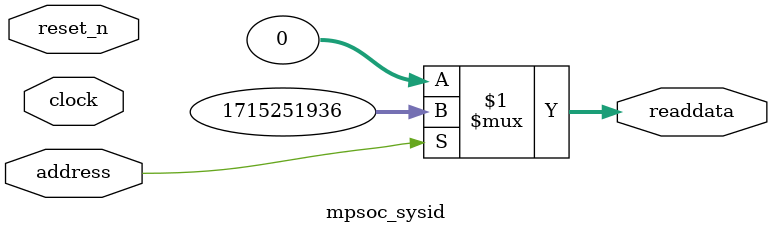
<source format=v>

`timescale 1ns / 1ps
// synthesis translate_on

// turn off superfluous verilog processor warnings 
// altera message_level Level1 
// altera message_off 10034 10035 10036 10037 10230 10240 10030 

module mpsoc_sysid (
               // inputs:
                address,
                clock,
                reset_n,

               // outputs:
                readdata
             )
;

  output  [ 31: 0] readdata;
  input            address;
  input            clock;
  input            reset_n;

  wire    [ 31: 0] readdata;
  //control_slave, which is an e_avalon_slave
  assign readdata = address ? 1715251936 : 0;

endmodule




</source>
